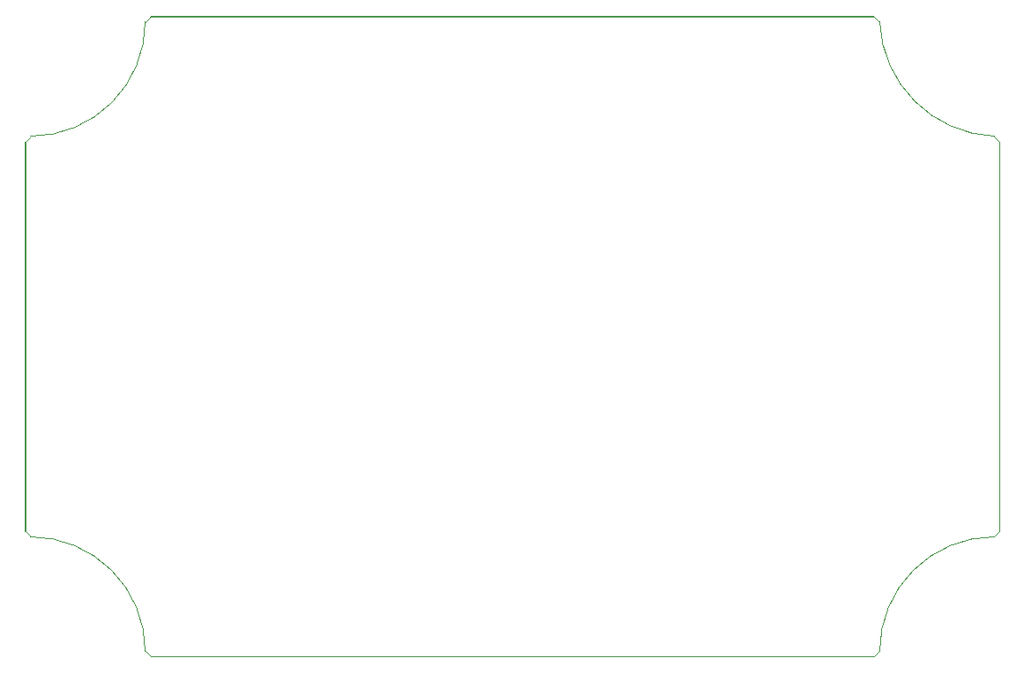
<source format=gbr>
%TF.GenerationSoftware,KiCad,Pcbnew,(6.0.0)*%
%TF.CreationDate,2022-11-14T00:42:39-08:00*%
%TF.ProjectId,digital_clock_v1,64696769-7461-46c5-9f63-6c6f636b5f76,rev?*%
%TF.SameCoordinates,Original*%
%TF.FileFunction,Profile,NP*%
%FSLAX46Y46*%
G04 Gerber Fmt 4.6, Leading zero omitted, Abs format (unit mm)*
G04 Created by KiCad (PCBNEW (6.0.0)) date 2022-11-14 00:42:39*
%MOMM*%
%LPD*%
G01*
G04 APERTURE LIST*
%TA.AperFunction,Profile*%
%ADD10C,0.100000*%
%TD*%
%TA.AperFunction,Profile*%
%ADD11C,0.200000*%
%TD*%
G04 APERTURE END LIST*
D10*
X93000000Y-11500000D02*
X93500000Y-12000000D01*
X12000000Y-61500000D02*
X81500000Y-61500000D01*
X93500000Y-49500000D02*
X93000000Y-50000000D01*
X0Y-12000000D02*
X500000Y-11500000D01*
X12000000Y0D02*
X11500000Y-500000D01*
X81500000Y0D02*
X82000000Y-500000D01*
X82000000Y-61000000D02*
X81500000Y-61500000D01*
X93000000Y-50000000D02*
G75*
G03*
X82000000Y-61000000I-1J-10999999D01*
G01*
X93500000Y-49500000D02*
X93500000Y-12000000D01*
X0Y-49500000D02*
X500000Y-50000000D01*
X82000000Y-500000D02*
G75*
G03*
X93000000Y-11500000I11511905J511905D01*
G01*
D11*
X12000000Y0D02*
X81500000Y0D01*
D10*
X500000Y-11500000D02*
G75*
G03*
X11500000Y-500000I1J10999999D01*
G01*
X11500000Y-61000000D02*
G75*
G03*
X500000Y-50000000I-10999999J1D01*
G01*
X11500000Y-61000000D02*
X12000000Y-61500000D01*
D11*
X0Y-49500000D02*
X0Y-12000000D01*
M02*

</source>
